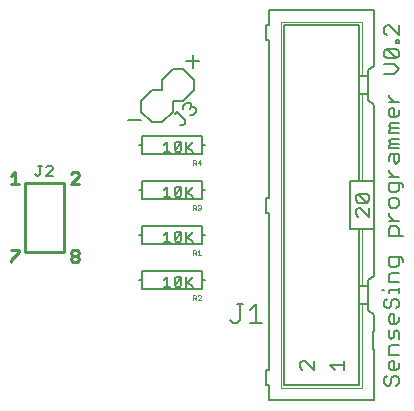
<source format=gto>
G75*
G70*
%OFA0B0*%
%FSLAX24Y24*%
%IPPOS*%
%LPD*%
%AMOC8*
5,1,8,0,0,1.08239X$1,22.5*
%
%ADD10C,0.0080*%
%ADD11C,0.0060*%
%ADD12C,0.0020*%
%ADD13C,0.0050*%
%ADD14C,0.0070*%
%ADD15C,0.0010*%
%ADD16C,0.0100*%
%ADD17C,0.0090*%
D10*
X013040Y000980D02*
X013120Y000900D01*
X013200Y000900D01*
X013280Y000980D01*
X013280Y001140D01*
X013360Y001220D01*
X013440Y001220D01*
X013520Y001140D01*
X013520Y000980D01*
X013440Y000900D01*
X013040Y000980D02*
X013040Y001140D01*
X013120Y001220D01*
X013280Y001416D02*
X013200Y001496D01*
X013200Y001656D01*
X013280Y001736D01*
X013360Y001736D01*
X013360Y001416D01*
X013440Y001416D02*
X013280Y001416D01*
X013440Y001416D02*
X013520Y001496D01*
X013520Y001656D01*
X013520Y001931D02*
X013200Y001931D01*
X013200Y002171D01*
X013280Y002252D01*
X013520Y002252D01*
X013520Y002447D02*
X013520Y002687D01*
X013440Y002767D01*
X013360Y002687D01*
X013360Y002527D01*
X013280Y002447D01*
X013200Y002527D01*
X013200Y002767D01*
X013280Y002963D02*
X013200Y003043D01*
X013200Y003203D01*
X013280Y003283D01*
X013360Y003283D01*
X013360Y002963D01*
X013440Y002963D02*
X013280Y002963D01*
X013440Y002963D02*
X013520Y003043D01*
X013520Y003203D01*
X013440Y003478D02*
X013520Y003558D01*
X013520Y003718D01*
X013440Y003798D01*
X013360Y003798D01*
X013280Y003718D01*
X013280Y003558D01*
X013200Y003478D01*
X013120Y003478D01*
X013040Y003558D01*
X013040Y003718D01*
X013120Y003798D01*
X013200Y003994D02*
X013200Y004074D01*
X013520Y004074D01*
X013520Y003994D02*
X013520Y004154D01*
X013520Y004338D02*
X013200Y004338D01*
X013200Y004578D01*
X013280Y004658D01*
X013520Y004658D01*
X013440Y004853D02*
X013520Y004933D01*
X013520Y005174D01*
X013600Y005174D02*
X013200Y005174D01*
X013200Y004933D01*
X013280Y004853D01*
X013440Y004853D01*
X013680Y005013D02*
X013680Y005093D01*
X013600Y005174D01*
X013520Y005885D02*
X013520Y006125D01*
X013440Y006205D01*
X013280Y006205D01*
X013200Y006125D01*
X013200Y005885D01*
X013680Y005885D01*
X013520Y006400D02*
X013200Y006400D01*
X013360Y006400D02*
X013200Y006560D01*
X013200Y006640D01*
X013280Y006830D02*
X013440Y006830D01*
X013520Y006910D01*
X013520Y007070D01*
X013440Y007150D01*
X013280Y007150D01*
X013200Y007070D01*
X013200Y006910D01*
X013280Y006830D01*
X013280Y007345D02*
X013440Y007345D01*
X013520Y007426D01*
X013520Y007666D01*
X013600Y007666D02*
X013200Y007666D01*
X013200Y007426D01*
X013280Y007345D01*
X013680Y007506D02*
X013680Y007586D01*
X013600Y007666D01*
X013520Y007861D02*
X013200Y007861D01*
X013360Y007861D02*
X013200Y008021D01*
X013200Y008101D01*
X013200Y008371D02*
X013200Y008531D01*
X013280Y008611D01*
X013520Y008611D01*
X013520Y008371D01*
X013440Y008291D01*
X013360Y008371D01*
X013360Y008611D01*
X013520Y008806D02*
X013200Y008806D01*
X013200Y008887D01*
X013280Y008967D01*
X013200Y009047D01*
X013280Y009127D01*
X013520Y009127D01*
X013520Y008967D02*
X013280Y008967D01*
X013200Y009322D02*
X013200Y009402D01*
X013280Y009482D01*
X013200Y009562D01*
X013280Y009642D01*
X013520Y009642D01*
X013520Y009482D02*
X013280Y009482D01*
X013200Y009322D02*
X013520Y009322D01*
X013440Y009838D02*
X013280Y009838D01*
X013200Y009918D01*
X013200Y010078D01*
X013280Y010158D01*
X013360Y010158D01*
X013360Y009838D01*
X013440Y009838D02*
X013520Y009918D01*
X013520Y010078D01*
X013520Y010353D02*
X013200Y010353D01*
X013360Y010353D02*
X013200Y010514D01*
X013200Y010594D01*
X013040Y011299D02*
X013360Y011299D01*
X013520Y011459D01*
X013360Y011619D01*
X013040Y011619D01*
X013120Y011814D02*
X013040Y011894D01*
X013040Y012055D01*
X013120Y012135D01*
X013440Y011814D01*
X013520Y011894D01*
X013520Y012055D01*
X013440Y012135D01*
X013120Y012135D01*
X013120Y011814D02*
X013440Y011814D01*
X013440Y012330D02*
X013440Y012410D01*
X013520Y012410D01*
X013520Y012330D01*
X013440Y012330D01*
X013520Y012588D02*
X013200Y012908D01*
X013120Y012908D01*
X013040Y012828D01*
X013040Y012668D01*
X013120Y012588D01*
X013520Y012588D02*
X013520Y012908D01*
X006697Y011094D02*
X006344Y011447D01*
X005990Y011447D01*
X005637Y011094D01*
X005637Y010740D01*
X005283Y010740D01*
X004930Y010387D01*
X004930Y010033D01*
X005283Y009680D01*
X005637Y009680D01*
X005990Y010033D01*
X005990Y010387D01*
X006344Y010387D01*
X006697Y010740D01*
X006697Y011094D01*
X006960Y009210D02*
X004960Y009210D01*
X004960Y008910D01*
X004860Y008910D01*
X004960Y008910D02*
X004960Y008610D01*
X006960Y008610D01*
X006960Y008910D01*
X007060Y008910D01*
X006960Y008910D02*
X006960Y009210D01*
X006960Y007710D02*
X004960Y007710D01*
X004960Y007410D01*
X004860Y007410D01*
X004960Y007410D02*
X004960Y007110D01*
X006960Y007110D01*
X006960Y007410D01*
X007060Y007410D01*
X006960Y007410D02*
X006960Y007710D01*
X006960Y006210D02*
X004960Y006210D01*
X004960Y005910D01*
X004860Y005910D01*
X004960Y005910D02*
X004960Y005610D01*
X006960Y005610D01*
X006960Y005910D01*
X007060Y005910D01*
X006960Y005910D02*
X006960Y006210D01*
X006960Y004710D02*
X004960Y004710D01*
X004960Y004410D01*
X004860Y004410D01*
X004960Y004410D02*
X004960Y004110D01*
X006960Y004110D01*
X006960Y004410D01*
X007060Y004410D01*
X006960Y004410D02*
X006960Y004710D01*
X012960Y004074D02*
X013040Y004074D01*
D11*
X009210Y000910D02*
X009110Y000910D01*
X009110Y001410D01*
X009210Y001410D01*
X009210Y006660D01*
X009110Y006660D01*
X009110Y007160D01*
X009210Y007160D01*
X009210Y012410D01*
X009110Y012410D01*
X009110Y012910D01*
X009210Y012910D01*
X009210Y013410D01*
X012710Y013410D01*
X012710Y011560D01*
X012510Y011410D01*
X012510Y011210D01*
X012510Y010610D01*
X012510Y010410D01*
X012710Y010260D01*
X012710Y007710D01*
X012310Y007710D01*
X012210Y007710D01*
X012210Y010610D01*
X012210Y011210D01*
X012310Y011210D01*
X012510Y011210D01*
X012210Y011210D02*
X012210Y012910D01*
X009710Y012910D01*
X009710Y000910D01*
X012210Y000910D01*
X012210Y003610D01*
X012210Y004210D01*
X012310Y004210D01*
X012510Y004210D01*
X012510Y004410D01*
X012710Y004560D01*
X012710Y006110D01*
X012310Y006110D01*
X012210Y006110D01*
X012210Y004210D01*
X012510Y004210D02*
X012510Y003610D01*
X012510Y003410D01*
X012710Y003260D01*
X012710Y002710D01*
X012660Y002710D01*
X012660Y002110D01*
X012710Y002110D01*
X012710Y000410D01*
X009210Y000410D01*
X009210Y000910D01*
X012210Y003610D02*
X012310Y003610D01*
X012510Y003610D01*
X006649Y004190D02*
X006478Y004360D01*
X006422Y004303D02*
X006649Y004530D01*
X006422Y004530D02*
X006422Y004190D01*
X006280Y004247D02*
X006224Y004190D01*
X006110Y004190D01*
X006053Y004247D01*
X006280Y004474D01*
X006280Y004247D01*
X006053Y004247D02*
X006053Y004474D01*
X006110Y004530D01*
X006224Y004530D01*
X006280Y004474D01*
X005798Y004530D02*
X005798Y004190D01*
X005685Y004190D02*
X005912Y004190D01*
X005685Y004417D02*
X005798Y004530D01*
X005798Y005690D02*
X005798Y006030D01*
X005685Y005917D01*
X005685Y005690D02*
X005912Y005690D01*
X006053Y005747D02*
X006280Y005974D01*
X006280Y005747D01*
X006224Y005690D01*
X006110Y005690D01*
X006053Y005747D01*
X006053Y005974D01*
X006110Y006030D01*
X006224Y006030D01*
X006280Y005974D01*
X006422Y006030D02*
X006422Y005690D01*
X006422Y005803D02*
X006649Y006030D01*
X006478Y005860D02*
X006649Y005690D01*
X006649Y007190D02*
X006478Y007360D01*
X006422Y007303D02*
X006649Y007530D01*
X006422Y007530D02*
X006422Y007190D01*
X006280Y007247D02*
X006224Y007190D01*
X006110Y007190D01*
X006053Y007247D01*
X006280Y007474D01*
X006280Y007247D01*
X006053Y007247D02*
X006053Y007474D01*
X006110Y007530D01*
X006224Y007530D01*
X006280Y007474D01*
X005798Y007530D02*
X005685Y007417D01*
X005798Y007530D02*
X005798Y007190D01*
X005685Y007190D02*
X005912Y007190D01*
X005912Y008690D02*
X005685Y008690D01*
X005798Y008690D02*
X005798Y009030D01*
X005685Y008917D01*
X006053Y008974D02*
X006053Y008747D01*
X006280Y008974D01*
X006280Y008747D01*
X006224Y008690D01*
X006110Y008690D01*
X006053Y008747D01*
X006422Y008803D02*
X006649Y009030D01*
X006422Y009030D02*
X006422Y008690D01*
X006478Y008860D02*
X006649Y008690D01*
X006280Y008974D02*
X006224Y009030D01*
X006110Y009030D01*
X006053Y008974D01*
X004917Y009760D02*
X004490Y009760D01*
X006654Y011497D02*
X006654Y011924D01*
X006867Y011710D02*
X006440Y011710D01*
X012210Y010610D02*
X012310Y010610D01*
X012510Y010610D01*
X012710Y007710D02*
X012710Y006110D01*
X012210Y006110D02*
X011910Y006110D01*
X011910Y007710D01*
X012210Y007710D01*
D12*
X012310Y007710D02*
X012310Y010610D01*
X012310Y011210D02*
X012310Y013010D01*
X009610Y013010D01*
X009610Y000810D01*
X012310Y000810D01*
X012310Y003610D01*
X012310Y004210D02*
X012310Y006110D01*
D13*
X012160Y006535D02*
X012085Y006610D01*
X012085Y006760D01*
X012160Y006835D01*
X012235Y006835D01*
X012535Y006535D01*
X012535Y006835D01*
X012460Y006995D02*
X012160Y006995D01*
X012085Y007070D01*
X012085Y007221D01*
X012160Y007296D01*
X012460Y006995D01*
X012535Y007070D01*
X012535Y007221D01*
X012460Y007296D01*
X012160Y007296D01*
X006382Y009636D02*
X006329Y009583D01*
X006223Y009583D01*
X006382Y009636D02*
X006382Y009742D01*
X006117Y010007D01*
X006064Y009954D02*
X006170Y010060D01*
X006336Y010121D02*
X006336Y010227D01*
X006442Y010333D01*
X006549Y010333D01*
X006602Y010280D01*
X006602Y010174D01*
X006708Y010174D01*
X006761Y010121D01*
X006761Y010014D01*
X006655Y009908D01*
X006549Y009908D01*
X006549Y010121D02*
X006602Y010174D01*
X010310Y001735D02*
X010235Y001660D01*
X010235Y001510D01*
X010310Y001435D01*
X010385Y001735D02*
X010685Y001435D01*
X010685Y001735D01*
X010385Y001735D02*
X010310Y001735D01*
X011235Y001585D02*
X011685Y001585D01*
X011685Y001435D02*
X011685Y001735D01*
X011385Y001435D02*
X011235Y001585D01*
D14*
X008971Y002995D02*
X008550Y002995D01*
X008761Y002995D02*
X008761Y003626D01*
X008550Y003415D01*
X008326Y003626D02*
X008116Y003626D01*
X008221Y003626D02*
X008221Y003100D01*
X008116Y002995D01*
X008011Y002995D01*
X007906Y003100D01*
X001984Y007895D02*
X001763Y007895D01*
X001984Y008115D01*
X001984Y008170D01*
X001928Y008225D01*
X001818Y008225D01*
X001763Y008170D01*
X001615Y008225D02*
X001505Y008225D01*
X001560Y008225D02*
X001560Y007950D01*
X001505Y007895D01*
X001450Y007895D01*
X001395Y007950D01*
D15*
X006670Y008255D02*
X006670Y008405D01*
X006745Y008405D01*
X006770Y008380D01*
X006770Y008330D01*
X006745Y008305D01*
X006670Y008305D01*
X006720Y008305D02*
X006770Y008255D01*
X006818Y008330D02*
X006918Y008330D01*
X006893Y008255D02*
X006893Y008405D01*
X006818Y008330D01*
X006843Y006905D02*
X006893Y006905D01*
X006918Y006880D01*
X006918Y006855D01*
X006893Y006830D01*
X006918Y006805D01*
X006918Y006780D01*
X006893Y006755D01*
X006843Y006755D01*
X006818Y006780D01*
X006770Y006755D02*
X006720Y006805D01*
X006745Y006805D02*
X006670Y006805D01*
X006670Y006755D02*
X006670Y006905D01*
X006745Y006905D01*
X006770Y006880D01*
X006770Y006830D01*
X006745Y006805D01*
X006818Y006880D02*
X006843Y006905D01*
X006868Y006830D02*
X006893Y006830D01*
X006868Y005405D02*
X006868Y005255D01*
X006818Y005255D02*
X006918Y005255D01*
X006818Y005355D02*
X006868Y005405D01*
X006770Y005380D02*
X006770Y005330D01*
X006745Y005305D01*
X006670Y005305D01*
X006670Y005255D02*
X006670Y005405D01*
X006745Y005405D01*
X006770Y005380D01*
X006720Y005305D02*
X006770Y005255D01*
X006745Y003905D02*
X006770Y003880D01*
X006770Y003830D01*
X006745Y003805D01*
X006670Y003805D01*
X006670Y003755D02*
X006670Y003905D01*
X006745Y003905D01*
X006818Y003880D02*
X006843Y003905D01*
X006893Y003905D01*
X006918Y003880D01*
X006918Y003855D01*
X006818Y003755D01*
X006918Y003755D01*
X006770Y003755D02*
X006720Y003805D01*
D16*
X002360Y005360D02*
X001060Y005360D01*
X001060Y007660D01*
X002360Y007660D01*
X002360Y005360D01*
D17*
X002605Y005347D02*
X002605Y005279D01*
X002673Y005210D01*
X002810Y005210D01*
X002879Y005142D01*
X002879Y005073D01*
X002810Y005005D01*
X002673Y005005D01*
X002605Y005073D01*
X002605Y005142D01*
X002673Y005210D01*
X002810Y005210D02*
X002879Y005279D01*
X002879Y005347D01*
X002810Y005415D01*
X002673Y005415D01*
X002605Y005347D01*
X000879Y005347D02*
X000605Y005073D01*
X000605Y005005D01*
X000879Y005347D02*
X000879Y005415D01*
X000605Y005415D01*
X000605Y007605D02*
X000879Y007605D01*
X000742Y007605D02*
X000742Y008015D01*
X000605Y007879D01*
X002605Y007947D02*
X002673Y008015D01*
X002810Y008015D01*
X002879Y007947D01*
X002879Y007879D01*
X002605Y007605D01*
X002879Y007605D01*
M02*

</source>
